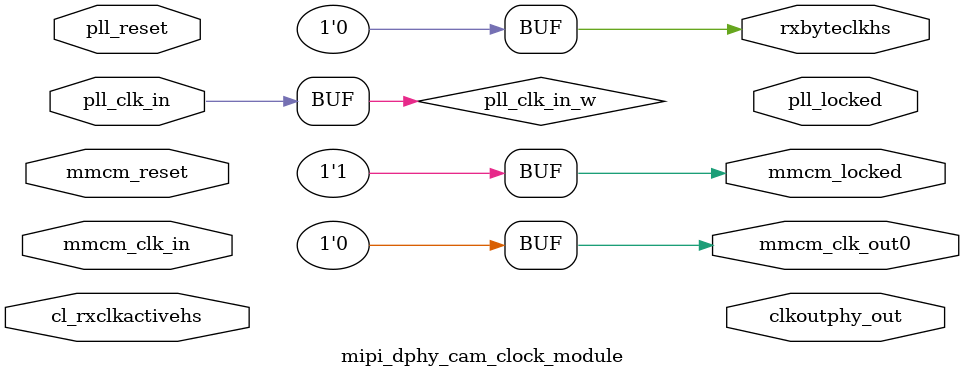
<source format=v>

`timescale 1ps/1ps

(* DowngradeIPIdentifiedWarnings="yes" *)
module mipi_dphy_cam_clock_module
#(
   parameter C_DPHY_LANES = 2,
   parameter MTBF_SYNC_STAGES = 3,
   parameter C_HS_LINE_RATE = 1000,
   parameter C_STABLE_CLK_PERIOD = 10,
   parameter C_TXPLL_CLKIN_PERIOD = 8.0,
   parameter EN_DPHY_IO = 1
   )
   (
       input               mmcm_clk_in,
       output              mmcm_clk_out0,
       input               cl_rxclkactivehs,
       output              rxbyteclkhs,
       input               pll_clk_in,
       output              clkoutphy_out,
       output              pll_locked,
       input               pll_reset,
       
       output              mmcm_locked,
       input               mmcm_reset
   );

   wire               pll_clk_in_w;
   wire               pll_locked_w;
   wire               pll_locked_sync;
   reg                clkoutphy_en;
   reg  [7:0]         clkoutphy_en_cntr;


assign  rxbyteclkhs   = 1'b0;
assign  mmcm_locked   = 1'b1;
assign  mmcm_clk_out0 = 1'b0;
assign  pll_clk_in_w  = pll_clk_in;

   //TXPLL Attributes for 1500 MHz CLKOUTPHY
   localparam  C_TXPLL_CLKIN_PERIOD_T   = 5.000;
   localparam  C_TXPLL_CLKOUTPHY_MODE   = "VCO";
   localparam  C_PLL_DIVCLK_DIVIDE      = 2;
   localparam  C_TXPLL_CLKFBOUT_MULT    = 15;
   localparam  C_TXPLL_CLKOUT0_DIVIDE   = 8;
   localparam  C_TXPLL_CLKOUT1_DIVIDE   = 8;

// This below logic will not get generated for Design (i.e. It will be
// generated for Exdes)
// As this module itself will not get generated if support level is 0
// This module is being used for Exdes So below logic has to be there

// ONLY FOR VERSAL 
//
// This below logic will not get generated for Design (i.e. It will be
// generated for Exdes)
// As this module itself will not get generated if support level is 0
// This module is being used for Exdes So below logic has to be there

endmodule


</source>
